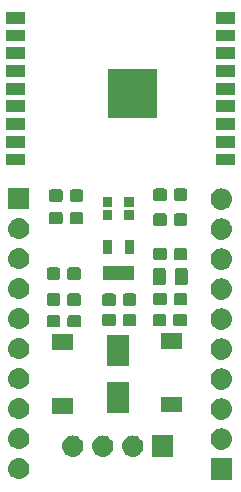
<source format=gbr>
G04 #@! TF.GenerationSoftware,KiCad,Pcbnew,(5.1.4-0)*
G04 #@! TF.CreationDate,2021-09-04T14:31:52+08:00*
G04 #@! TF.ProjectId,esp32-c3-breakout,65737033-322d-4633-932d-627265616b6f,V1.0*
G04 #@! TF.SameCoordinates,Original*
G04 #@! TF.FileFunction,Soldermask,Top*
G04 #@! TF.FilePolarity,Negative*
%FSLAX46Y46*%
G04 Gerber Fmt 4.6, Leading zero omitted, Abs format (unit mm)*
G04 Created by KiCad (PCBNEW (5.1.4-0)) date 2021-09-04 14:31:52*
%MOMM*%
%LPD*%
G04 APERTURE LIST*
%ADD10C,0.100000*%
G04 APERTURE END LIST*
D10*
G36*
X217436000Y-108253000D02*
G01*
X215634000Y-108253000D01*
X215634000Y-106451000D01*
X217436000Y-106451000D01*
X217436000Y-108253000D01*
X217436000Y-108253000D01*
G37*
G36*
X199500443Y-106420519D02*
G01*
X199566627Y-106427037D01*
X199736466Y-106478557D01*
X199892991Y-106562222D01*
X199928729Y-106591552D01*
X200030186Y-106674814D01*
X200113448Y-106776271D01*
X200142778Y-106812009D01*
X200226443Y-106968534D01*
X200277963Y-107138373D01*
X200295359Y-107315000D01*
X200277963Y-107491627D01*
X200226443Y-107661466D01*
X200142778Y-107817991D01*
X200113448Y-107853729D01*
X200030186Y-107955186D01*
X199928729Y-108038448D01*
X199892991Y-108067778D01*
X199736466Y-108151443D01*
X199566627Y-108202963D01*
X199500443Y-108209481D01*
X199434260Y-108216000D01*
X199345740Y-108216000D01*
X199279557Y-108209481D01*
X199213373Y-108202963D01*
X199043534Y-108151443D01*
X198887009Y-108067778D01*
X198851271Y-108038448D01*
X198749814Y-107955186D01*
X198666552Y-107853729D01*
X198637222Y-107817991D01*
X198553557Y-107661466D01*
X198502037Y-107491627D01*
X198484641Y-107315000D01*
X198502037Y-107138373D01*
X198553557Y-106968534D01*
X198637222Y-106812009D01*
X198666552Y-106776271D01*
X198749814Y-106674814D01*
X198851271Y-106591552D01*
X198887009Y-106562222D01*
X199043534Y-106478557D01*
X199213373Y-106427037D01*
X199279557Y-106420519D01*
X199345740Y-106414000D01*
X199434260Y-106414000D01*
X199500443Y-106420519D01*
X199500443Y-106420519D01*
G37*
G36*
X212483000Y-106311000D02*
G01*
X210681000Y-106311000D01*
X210681000Y-104509000D01*
X212483000Y-104509000D01*
X212483000Y-106311000D01*
X212483000Y-106311000D01*
G37*
G36*
X209152443Y-104515519D02*
G01*
X209218627Y-104522037D01*
X209388466Y-104573557D01*
X209544991Y-104657222D01*
X209580729Y-104686552D01*
X209682186Y-104769814D01*
X209765448Y-104871271D01*
X209794778Y-104907009D01*
X209878443Y-105063534D01*
X209929963Y-105233373D01*
X209947359Y-105410000D01*
X209929963Y-105586627D01*
X209878443Y-105756466D01*
X209794778Y-105912991D01*
X209765448Y-105948729D01*
X209682186Y-106050186D01*
X209580729Y-106133448D01*
X209544991Y-106162778D01*
X209388466Y-106246443D01*
X209218627Y-106297963D01*
X209152442Y-106304482D01*
X209086260Y-106311000D01*
X208997740Y-106311000D01*
X208931558Y-106304482D01*
X208865373Y-106297963D01*
X208695534Y-106246443D01*
X208539009Y-106162778D01*
X208503271Y-106133448D01*
X208401814Y-106050186D01*
X208318552Y-105948729D01*
X208289222Y-105912991D01*
X208205557Y-105756466D01*
X208154037Y-105586627D01*
X208136641Y-105410000D01*
X208154037Y-105233373D01*
X208205557Y-105063534D01*
X208289222Y-104907009D01*
X208318552Y-104871271D01*
X208401814Y-104769814D01*
X208503271Y-104686552D01*
X208539009Y-104657222D01*
X208695534Y-104573557D01*
X208865373Y-104522037D01*
X208931557Y-104515519D01*
X208997740Y-104509000D01*
X209086260Y-104509000D01*
X209152443Y-104515519D01*
X209152443Y-104515519D01*
G37*
G36*
X206612443Y-104515519D02*
G01*
X206678627Y-104522037D01*
X206848466Y-104573557D01*
X207004991Y-104657222D01*
X207040729Y-104686552D01*
X207142186Y-104769814D01*
X207225448Y-104871271D01*
X207254778Y-104907009D01*
X207338443Y-105063534D01*
X207389963Y-105233373D01*
X207407359Y-105410000D01*
X207389963Y-105586627D01*
X207338443Y-105756466D01*
X207254778Y-105912991D01*
X207225448Y-105948729D01*
X207142186Y-106050186D01*
X207040729Y-106133448D01*
X207004991Y-106162778D01*
X206848466Y-106246443D01*
X206678627Y-106297963D01*
X206612442Y-106304482D01*
X206546260Y-106311000D01*
X206457740Y-106311000D01*
X206391558Y-106304482D01*
X206325373Y-106297963D01*
X206155534Y-106246443D01*
X205999009Y-106162778D01*
X205963271Y-106133448D01*
X205861814Y-106050186D01*
X205778552Y-105948729D01*
X205749222Y-105912991D01*
X205665557Y-105756466D01*
X205614037Y-105586627D01*
X205596641Y-105410000D01*
X205614037Y-105233373D01*
X205665557Y-105063534D01*
X205749222Y-104907009D01*
X205778552Y-104871271D01*
X205861814Y-104769814D01*
X205963271Y-104686552D01*
X205999009Y-104657222D01*
X206155534Y-104573557D01*
X206325373Y-104522037D01*
X206391557Y-104515519D01*
X206457740Y-104509000D01*
X206546260Y-104509000D01*
X206612443Y-104515519D01*
X206612443Y-104515519D01*
G37*
G36*
X204072443Y-104515519D02*
G01*
X204138627Y-104522037D01*
X204308466Y-104573557D01*
X204464991Y-104657222D01*
X204500729Y-104686552D01*
X204602186Y-104769814D01*
X204685448Y-104871271D01*
X204714778Y-104907009D01*
X204798443Y-105063534D01*
X204849963Y-105233373D01*
X204867359Y-105410000D01*
X204849963Y-105586627D01*
X204798443Y-105756466D01*
X204714778Y-105912991D01*
X204685448Y-105948729D01*
X204602186Y-106050186D01*
X204500729Y-106133448D01*
X204464991Y-106162778D01*
X204308466Y-106246443D01*
X204138627Y-106297963D01*
X204072442Y-106304482D01*
X204006260Y-106311000D01*
X203917740Y-106311000D01*
X203851558Y-106304482D01*
X203785373Y-106297963D01*
X203615534Y-106246443D01*
X203459009Y-106162778D01*
X203423271Y-106133448D01*
X203321814Y-106050186D01*
X203238552Y-105948729D01*
X203209222Y-105912991D01*
X203125557Y-105756466D01*
X203074037Y-105586627D01*
X203056641Y-105410000D01*
X203074037Y-105233373D01*
X203125557Y-105063534D01*
X203209222Y-104907009D01*
X203238552Y-104871271D01*
X203321814Y-104769814D01*
X203423271Y-104686552D01*
X203459009Y-104657222D01*
X203615534Y-104573557D01*
X203785373Y-104522037D01*
X203851557Y-104515519D01*
X203917740Y-104509000D01*
X204006260Y-104509000D01*
X204072443Y-104515519D01*
X204072443Y-104515519D01*
G37*
G36*
X216645443Y-103917519D02*
G01*
X216711627Y-103924037D01*
X216881466Y-103975557D01*
X217037991Y-104059222D01*
X217073729Y-104088552D01*
X217175186Y-104171814D01*
X217257413Y-104272009D01*
X217287778Y-104309009D01*
X217371443Y-104465534D01*
X217422963Y-104635373D01*
X217440359Y-104812000D01*
X217422963Y-104988627D01*
X217371443Y-105158466D01*
X217287778Y-105314991D01*
X217258448Y-105350729D01*
X217175186Y-105452186D01*
X217083074Y-105527779D01*
X217037991Y-105564778D01*
X216881466Y-105648443D01*
X216711627Y-105699963D01*
X216645443Y-105706481D01*
X216579260Y-105713000D01*
X216490740Y-105713000D01*
X216424557Y-105706481D01*
X216358373Y-105699963D01*
X216188534Y-105648443D01*
X216032009Y-105564778D01*
X215986926Y-105527779D01*
X215894814Y-105452186D01*
X215811552Y-105350729D01*
X215782222Y-105314991D01*
X215698557Y-105158466D01*
X215647037Y-104988627D01*
X215629641Y-104812000D01*
X215647037Y-104635373D01*
X215698557Y-104465534D01*
X215782222Y-104309009D01*
X215812587Y-104272009D01*
X215894814Y-104171814D01*
X215996271Y-104088552D01*
X216032009Y-104059222D01*
X216188534Y-103975557D01*
X216358373Y-103924037D01*
X216424557Y-103917519D01*
X216490740Y-103911000D01*
X216579260Y-103911000D01*
X216645443Y-103917519D01*
X216645443Y-103917519D01*
G37*
G36*
X199500443Y-103880519D02*
G01*
X199566627Y-103887037D01*
X199736466Y-103938557D01*
X199892991Y-104022222D01*
X199928729Y-104051552D01*
X200030186Y-104134814D01*
X200113448Y-104236271D01*
X200142778Y-104272009D01*
X200226443Y-104428534D01*
X200277963Y-104598373D01*
X200295359Y-104775000D01*
X200277963Y-104951627D01*
X200226443Y-105121466D01*
X200142778Y-105277991D01*
X200113448Y-105313729D01*
X200030186Y-105415186D01*
X199928729Y-105498448D01*
X199892991Y-105527778D01*
X199736466Y-105611443D01*
X199566627Y-105662963D01*
X199500443Y-105669481D01*
X199434260Y-105676000D01*
X199345740Y-105676000D01*
X199279557Y-105669481D01*
X199213373Y-105662963D01*
X199043534Y-105611443D01*
X198887009Y-105527778D01*
X198851271Y-105498448D01*
X198749814Y-105415186D01*
X198666552Y-105313729D01*
X198637222Y-105277991D01*
X198553557Y-105121466D01*
X198502037Y-104951627D01*
X198484641Y-104775000D01*
X198502037Y-104598373D01*
X198553557Y-104428534D01*
X198637222Y-104272009D01*
X198666552Y-104236271D01*
X198749814Y-104134814D01*
X198851271Y-104051552D01*
X198887009Y-104022222D01*
X199043534Y-103938557D01*
X199213373Y-103887037D01*
X199279557Y-103880519D01*
X199345740Y-103874000D01*
X199434260Y-103874000D01*
X199500443Y-103880519D01*
X199500443Y-103880519D01*
G37*
G36*
X216645443Y-101377519D02*
G01*
X216711627Y-101384037D01*
X216881466Y-101435557D01*
X217037991Y-101519222D01*
X217073729Y-101548552D01*
X217175186Y-101631814D01*
X217257413Y-101732009D01*
X217287778Y-101769009D01*
X217371443Y-101925534D01*
X217422963Y-102095373D01*
X217440359Y-102272000D01*
X217422963Y-102448627D01*
X217371443Y-102618466D01*
X217287778Y-102774991D01*
X217258448Y-102810729D01*
X217175186Y-102912186D01*
X217083074Y-102987779D01*
X217037991Y-103024778D01*
X216881466Y-103108443D01*
X216711627Y-103159963D01*
X216645442Y-103166482D01*
X216579260Y-103173000D01*
X216490740Y-103173000D01*
X216424558Y-103166482D01*
X216358373Y-103159963D01*
X216188534Y-103108443D01*
X216032009Y-103024778D01*
X215986926Y-102987779D01*
X215894814Y-102912186D01*
X215811552Y-102810729D01*
X215782222Y-102774991D01*
X215698557Y-102618466D01*
X215647037Y-102448627D01*
X215629641Y-102272000D01*
X215647037Y-102095373D01*
X215698557Y-101925534D01*
X215782222Y-101769009D01*
X215812587Y-101732009D01*
X215894814Y-101631814D01*
X215996271Y-101548552D01*
X216032009Y-101519222D01*
X216188534Y-101435557D01*
X216358373Y-101384037D01*
X216424558Y-101377518D01*
X216490740Y-101371000D01*
X216579260Y-101371000D01*
X216645443Y-101377519D01*
X216645443Y-101377519D01*
G37*
G36*
X199500442Y-101340518D02*
G01*
X199566627Y-101347037D01*
X199736466Y-101398557D01*
X199892991Y-101482222D01*
X199928729Y-101511552D01*
X200030186Y-101594814D01*
X200113448Y-101696271D01*
X200142778Y-101732009D01*
X200226443Y-101888534D01*
X200277963Y-102058373D01*
X200295359Y-102235000D01*
X200277963Y-102411627D01*
X200226443Y-102581466D01*
X200142778Y-102737991D01*
X200113448Y-102773729D01*
X200030186Y-102875186D01*
X199928729Y-102958448D01*
X199892991Y-102987778D01*
X199736466Y-103071443D01*
X199566627Y-103122963D01*
X199500442Y-103129482D01*
X199434260Y-103136000D01*
X199345740Y-103136000D01*
X199279558Y-103129482D01*
X199213373Y-103122963D01*
X199043534Y-103071443D01*
X198887009Y-102987778D01*
X198851271Y-102958448D01*
X198749814Y-102875186D01*
X198666552Y-102773729D01*
X198637222Y-102737991D01*
X198553557Y-102581466D01*
X198502037Y-102411627D01*
X198484641Y-102235000D01*
X198502037Y-102058373D01*
X198553557Y-101888534D01*
X198637222Y-101732009D01*
X198666552Y-101696271D01*
X198749814Y-101594814D01*
X198851271Y-101511552D01*
X198887009Y-101482222D01*
X199043534Y-101398557D01*
X199213373Y-101347037D01*
X199279558Y-101340518D01*
X199345740Y-101334000D01*
X199434260Y-101334000D01*
X199500442Y-101340518D01*
X199500442Y-101340518D01*
G37*
G36*
X203991000Y-102663000D02*
G01*
X202189000Y-102663000D01*
X202189000Y-101311000D01*
X203991000Y-101311000D01*
X203991000Y-102663000D01*
X203991000Y-102663000D01*
G37*
G36*
X208723000Y-102615000D02*
G01*
X206821000Y-102615000D01*
X206821000Y-100013000D01*
X208723000Y-100013000D01*
X208723000Y-102615000D01*
X208723000Y-102615000D01*
G37*
G36*
X213205000Y-102563000D02*
G01*
X211403000Y-102563000D01*
X211403000Y-101211000D01*
X213205000Y-101211000D01*
X213205000Y-102563000D01*
X213205000Y-102563000D01*
G37*
G36*
X216645442Y-98837518D02*
G01*
X216711627Y-98844037D01*
X216881466Y-98895557D01*
X217037991Y-98979222D01*
X217073729Y-99008552D01*
X217175186Y-99091814D01*
X217257413Y-99192009D01*
X217287778Y-99229009D01*
X217371443Y-99385534D01*
X217422963Y-99555373D01*
X217440359Y-99732000D01*
X217422963Y-99908627D01*
X217371443Y-100078466D01*
X217287778Y-100234991D01*
X217258448Y-100270729D01*
X217175186Y-100372186D01*
X217083074Y-100447779D01*
X217037991Y-100484778D01*
X216881466Y-100568443D01*
X216711627Y-100619963D01*
X216645442Y-100626482D01*
X216579260Y-100633000D01*
X216490740Y-100633000D01*
X216424557Y-100626481D01*
X216358373Y-100619963D01*
X216188534Y-100568443D01*
X216032009Y-100484778D01*
X215986926Y-100447779D01*
X215894814Y-100372186D01*
X215811552Y-100270729D01*
X215782222Y-100234991D01*
X215698557Y-100078466D01*
X215647037Y-99908627D01*
X215629641Y-99732000D01*
X215647037Y-99555373D01*
X215698557Y-99385534D01*
X215782222Y-99229009D01*
X215812587Y-99192009D01*
X215894814Y-99091814D01*
X215996271Y-99008552D01*
X216032009Y-98979222D01*
X216188534Y-98895557D01*
X216358373Y-98844037D01*
X216424558Y-98837518D01*
X216490740Y-98831000D01*
X216579260Y-98831000D01*
X216645442Y-98837518D01*
X216645442Y-98837518D01*
G37*
G36*
X199500443Y-98800519D02*
G01*
X199566627Y-98807037D01*
X199736466Y-98858557D01*
X199892991Y-98942222D01*
X199928729Y-98971552D01*
X200030186Y-99054814D01*
X200113448Y-99156271D01*
X200142778Y-99192009D01*
X200226443Y-99348534D01*
X200277963Y-99518373D01*
X200295359Y-99695000D01*
X200277963Y-99871627D01*
X200226443Y-100041466D01*
X200142778Y-100197991D01*
X200113448Y-100233729D01*
X200030186Y-100335186D01*
X199928729Y-100418448D01*
X199892991Y-100447778D01*
X199736466Y-100531443D01*
X199566627Y-100582963D01*
X199500443Y-100589481D01*
X199434260Y-100596000D01*
X199345740Y-100596000D01*
X199279557Y-100589481D01*
X199213373Y-100582963D01*
X199043534Y-100531443D01*
X198887009Y-100447778D01*
X198851271Y-100418448D01*
X198749814Y-100335186D01*
X198666552Y-100233729D01*
X198637222Y-100197991D01*
X198553557Y-100041466D01*
X198502037Y-99871627D01*
X198484641Y-99695000D01*
X198502037Y-99518373D01*
X198553557Y-99348534D01*
X198637222Y-99192009D01*
X198666552Y-99156271D01*
X198749814Y-99054814D01*
X198851271Y-98971552D01*
X198887009Y-98942222D01*
X199043534Y-98858557D01*
X199213373Y-98807037D01*
X199279557Y-98800519D01*
X199345740Y-98794000D01*
X199434260Y-98794000D01*
X199500443Y-98800519D01*
X199500443Y-98800519D01*
G37*
G36*
X208723000Y-98615000D02*
G01*
X206821000Y-98615000D01*
X206821000Y-96013000D01*
X208723000Y-96013000D01*
X208723000Y-98615000D01*
X208723000Y-98615000D01*
G37*
G36*
X216645442Y-96297518D02*
G01*
X216711627Y-96304037D01*
X216881466Y-96355557D01*
X217037991Y-96439222D01*
X217073729Y-96468552D01*
X217175186Y-96551814D01*
X217257413Y-96652009D01*
X217287778Y-96689009D01*
X217371443Y-96845534D01*
X217422963Y-97015373D01*
X217440359Y-97192000D01*
X217422963Y-97368627D01*
X217371443Y-97538466D01*
X217287778Y-97694991D01*
X217258448Y-97730729D01*
X217175186Y-97832186D01*
X217083074Y-97907779D01*
X217037991Y-97944778D01*
X216881466Y-98028443D01*
X216711627Y-98079963D01*
X216645442Y-98086482D01*
X216579260Y-98093000D01*
X216490740Y-98093000D01*
X216424558Y-98086482D01*
X216358373Y-98079963D01*
X216188534Y-98028443D01*
X216032009Y-97944778D01*
X215986926Y-97907779D01*
X215894814Y-97832186D01*
X215811552Y-97730729D01*
X215782222Y-97694991D01*
X215698557Y-97538466D01*
X215647037Y-97368627D01*
X215629641Y-97192000D01*
X215647037Y-97015373D01*
X215698557Y-96845534D01*
X215782222Y-96689009D01*
X215812587Y-96652009D01*
X215894814Y-96551814D01*
X215996271Y-96468552D01*
X216032009Y-96439222D01*
X216188534Y-96355557D01*
X216358373Y-96304037D01*
X216424557Y-96297519D01*
X216490740Y-96291000D01*
X216579260Y-96291000D01*
X216645442Y-96297518D01*
X216645442Y-96297518D01*
G37*
G36*
X199500442Y-96260518D02*
G01*
X199566627Y-96267037D01*
X199736466Y-96318557D01*
X199892991Y-96402222D01*
X199928729Y-96431552D01*
X200030186Y-96514814D01*
X200113448Y-96616271D01*
X200142778Y-96652009D01*
X200226443Y-96808534D01*
X200277963Y-96978373D01*
X200295359Y-97155000D01*
X200277963Y-97331627D01*
X200226443Y-97501466D01*
X200142778Y-97657991D01*
X200113448Y-97693729D01*
X200030186Y-97795186D01*
X199928729Y-97878448D01*
X199892991Y-97907778D01*
X199736466Y-97991443D01*
X199566627Y-98042963D01*
X199500443Y-98049481D01*
X199434260Y-98056000D01*
X199345740Y-98056000D01*
X199279557Y-98049481D01*
X199213373Y-98042963D01*
X199043534Y-97991443D01*
X198887009Y-97907778D01*
X198851271Y-97878448D01*
X198749814Y-97795186D01*
X198666552Y-97693729D01*
X198637222Y-97657991D01*
X198553557Y-97501466D01*
X198502037Y-97331627D01*
X198484641Y-97155000D01*
X198502037Y-96978373D01*
X198553557Y-96808534D01*
X198637222Y-96652009D01*
X198666552Y-96616271D01*
X198749814Y-96514814D01*
X198851271Y-96431552D01*
X198887009Y-96402222D01*
X199043534Y-96318557D01*
X199213373Y-96267037D01*
X199279558Y-96260518D01*
X199345740Y-96254000D01*
X199434260Y-96254000D01*
X199500442Y-96260518D01*
X199500442Y-96260518D01*
G37*
G36*
X203991000Y-97263000D02*
G01*
X202189000Y-97263000D01*
X202189000Y-95911000D01*
X203991000Y-95911000D01*
X203991000Y-97263000D01*
X203991000Y-97263000D01*
G37*
G36*
X213205000Y-97163000D02*
G01*
X211403000Y-97163000D01*
X211403000Y-95811000D01*
X213205000Y-95811000D01*
X213205000Y-97163000D01*
X213205000Y-97163000D01*
G37*
G36*
X216645443Y-93757519D02*
G01*
X216711627Y-93764037D01*
X216881466Y-93815557D01*
X217037991Y-93899222D01*
X217073729Y-93928552D01*
X217175186Y-94011814D01*
X217257413Y-94112009D01*
X217287778Y-94149009D01*
X217371443Y-94305534D01*
X217422963Y-94475373D01*
X217440359Y-94652000D01*
X217422963Y-94828627D01*
X217382666Y-94961468D01*
X217371442Y-94998468D01*
X217340525Y-95056309D01*
X217287778Y-95154991D01*
X217286696Y-95156309D01*
X217175186Y-95292186D01*
X217083074Y-95367779D01*
X217037991Y-95404778D01*
X216881466Y-95488443D01*
X216711627Y-95539963D01*
X216645442Y-95546482D01*
X216579260Y-95553000D01*
X216490740Y-95553000D01*
X216424557Y-95546481D01*
X216358373Y-95539963D01*
X216188534Y-95488443D01*
X216032009Y-95404778D01*
X215986926Y-95367779D01*
X215894814Y-95292186D01*
X215783304Y-95156309D01*
X215782222Y-95154991D01*
X215729475Y-95056309D01*
X215698558Y-94998468D01*
X215687334Y-94961468D01*
X215647037Y-94828627D01*
X215629641Y-94652000D01*
X215647037Y-94475373D01*
X215698557Y-94305534D01*
X215782222Y-94149009D01*
X215812587Y-94112009D01*
X215894814Y-94011814D01*
X215996271Y-93928552D01*
X216032009Y-93899222D01*
X216188534Y-93815557D01*
X216358373Y-93764037D01*
X216424557Y-93757519D01*
X216490740Y-93751000D01*
X216579260Y-93751000D01*
X216645443Y-93757519D01*
X216645443Y-93757519D01*
G37*
G36*
X199500443Y-93720519D02*
G01*
X199566627Y-93727037D01*
X199736466Y-93778557D01*
X199892991Y-93862222D01*
X199928729Y-93891552D01*
X200030186Y-93974814D01*
X200113448Y-94076271D01*
X200142778Y-94112009D01*
X200226443Y-94268534D01*
X200277963Y-94438373D01*
X200295359Y-94615000D01*
X200277963Y-94791627D01*
X200226443Y-94961466D01*
X200142778Y-95117991D01*
X200121437Y-95143995D01*
X200030186Y-95255186D01*
X199946728Y-95323677D01*
X199892991Y-95367778D01*
X199736466Y-95451443D01*
X199566627Y-95502963D01*
X199500443Y-95509481D01*
X199434260Y-95516000D01*
X199345740Y-95516000D01*
X199279557Y-95509481D01*
X199213373Y-95502963D01*
X199043534Y-95451443D01*
X198887009Y-95367778D01*
X198833272Y-95323677D01*
X198749814Y-95255186D01*
X198658563Y-95143995D01*
X198637222Y-95117991D01*
X198553557Y-94961466D01*
X198502037Y-94791627D01*
X198484641Y-94615000D01*
X198502037Y-94438373D01*
X198553557Y-94268534D01*
X198637222Y-94112009D01*
X198666552Y-94076271D01*
X198749814Y-93974814D01*
X198851271Y-93891552D01*
X198887009Y-93862222D01*
X199043534Y-93778557D01*
X199213373Y-93727037D01*
X199279558Y-93720518D01*
X199345740Y-93714000D01*
X199434260Y-93714000D01*
X199500443Y-93720519D01*
X199500443Y-93720519D01*
G37*
G36*
X204506499Y-94320445D02*
G01*
X204543995Y-94331820D01*
X204578554Y-94350292D01*
X204608847Y-94375153D01*
X204633708Y-94405446D01*
X204652180Y-94440005D01*
X204663555Y-94477501D01*
X204668000Y-94522638D01*
X204668000Y-95161362D01*
X204663555Y-95206499D01*
X204652180Y-95243995D01*
X204633708Y-95278554D01*
X204608847Y-95308847D01*
X204578554Y-95333708D01*
X204543995Y-95352180D01*
X204506499Y-95363555D01*
X204461362Y-95368000D01*
X203722638Y-95368000D01*
X203677501Y-95363555D01*
X203640005Y-95352180D01*
X203605446Y-95333708D01*
X203575153Y-95308847D01*
X203550292Y-95278554D01*
X203531820Y-95243995D01*
X203520445Y-95206499D01*
X203516000Y-95161362D01*
X203516000Y-94522638D01*
X203520445Y-94477501D01*
X203531820Y-94440005D01*
X203550292Y-94405446D01*
X203575153Y-94375153D01*
X203605446Y-94350292D01*
X203640005Y-94331820D01*
X203677501Y-94320445D01*
X203722638Y-94316000D01*
X204461362Y-94316000D01*
X204506499Y-94320445D01*
X204506499Y-94320445D01*
G37*
G36*
X202756499Y-94320445D02*
G01*
X202793995Y-94331820D01*
X202828554Y-94350292D01*
X202858847Y-94375153D01*
X202883708Y-94405446D01*
X202902180Y-94440005D01*
X202913555Y-94477501D01*
X202918000Y-94522638D01*
X202918000Y-95161362D01*
X202913555Y-95206499D01*
X202902180Y-95243995D01*
X202883708Y-95278554D01*
X202858847Y-95308847D01*
X202828554Y-95333708D01*
X202793995Y-95352180D01*
X202756499Y-95363555D01*
X202711362Y-95368000D01*
X201972638Y-95368000D01*
X201927501Y-95363555D01*
X201890005Y-95352180D01*
X201855446Y-95333708D01*
X201825153Y-95308847D01*
X201800292Y-95278554D01*
X201781820Y-95243995D01*
X201770445Y-95206499D01*
X201766000Y-95161362D01*
X201766000Y-94522638D01*
X201770445Y-94477501D01*
X201781820Y-94440005D01*
X201800292Y-94405446D01*
X201825153Y-94375153D01*
X201855446Y-94350292D01*
X201890005Y-94331820D01*
X201927501Y-94320445D01*
X201972638Y-94316000D01*
X202711362Y-94316000D01*
X202756499Y-94320445D01*
X202756499Y-94320445D01*
G37*
G36*
X211716499Y-94220445D02*
G01*
X211753995Y-94231820D01*
X211788554Y-94250292D01*
X211818847Y-94275153D01*
X211843708Y-94305446D01*
X211862180Y-94340005D01*
X211873555Y-94377501D01*
X211878000Y-94422638D01*
X211878000Y-95061362D01*
X211873555Y-95106499D01*
X211862180Y-95143995D01*
X211843708Y-95178554D01*
X211818847Y-95208847D01*
X211788554Y-95233708D01*
X211753995Y-95252180D01*
X211716499Y-95263555D01*
X211671362Y-95268000D01*
X210932638Y-95268000D01*
X210887501Y-95263555D01*
X210850005Y-95252180D01*
X210815446Y-95233708D01*
X210785153Y-95208847D01*
X210760292Y-95178554D01*
X210741820Y-95143995D01*
X210730445Y-95106499D01*
X210726000Y-95061362D01*
X210726000Y-94422638D01*
X210730445Y-94377501D01*
X210741820Y-94340005D01*
X210760292Y-94305446D01*
X210785153Y-94275153D01*
X210815446Y-94250292D01*
X210850005Y-94231820D01*
X210887501Y-94220445D01*
X210932638Y-94216000D01*
X211671362Y-94216000D01*
X211716499Y-94220445D01*
X211716499Y-94220445D01*
G37*
G36*
X213466499Y-94220445D02*
G01*
X213503995Y-94231820D01*
X213538554Y-94250292D01*
X213568847Y-94275153D01*
X213593708Y-94305446D01*
X213612180Y-94340005D01*
X213623555Y-94377501D01*
X213628000Y-94422638D01*
X213628000Y-95061362D01*
X213623555Y-95106499D01*
X213612180Y-95143995D01*
X213593708Y-95178554D01*
X213568847Y-95208847D01*
X213538554Y-95233708D01*
X213503995Y-95252180D01*
X213466499Y-95263555D01*
X213421362Y-95268000D01*
X212682638Y-95268000D01*
X212637501Y-95263555D01*
X212600005Y-95252180D01*
X212565446Y-95233708D01*
X212535153Y-95208847D01*
X212510292Y-95178554D01*
X212491820Y-95143995D01*
X212480445Y-95106499D01*
X212476000Y-95061362D01*
X212476000Y-94422638D01*
X212480445Y-94377501D01*
X212491820Y-94340005D01*
X212510292Y-94305446D01*
X212535153Y-94275153D01*
X212565446Y-94250292D01*
X212600005Y-94231820D01*
X212637501Y-94220445D01*
X212682638Y-94216000D01*
X213421362Y-94216000D01*
X213466499Y-94220445D01*
X213466499Y-94220445D01*
G37*
G36*
X207438499Y-94220445D02*
G01*
X207475995Y-94231820D01*
X207510554Y-94250292D01*
X207540847Y-94275153D01*
X207565708Y-94305446D01*
X207584180Y-94340005D01*
X207595555Y-94377501D01*
X207600000Y-94422638D01*
X207600000Y-95061362D01*
X207595555Y-95106499D01*
X207584180Y-95143995D01*
X207565708Y-95178554D01*
X207540847Y-95208847D01*
X207510554Y-95233708D01*
X207475995Y-95252180D01*
X207438499Y-95263555D01*
X207393362Y-95268000D01*
X206654638Y-95268000D01*
X206609501Y-95263555D01*
X206572005Y-95252180D01*
X206537446Y-95233708D01*
X206507153Y-95208847D01*
X206482292Y-95178554D01*
X206463820Y-95143995D01*
X206452445Y-95106499D01*
X206448000Y-95061362D01*
X206448000Y-94422638D01*
X206452445Y-94377501D01*
X206463820Y-94340005D01*
X206482292Y-94305446D01*
X206507153Y-94275153D01*
X206537446Y-94250292D01*
X206572005Y-94231820D01*
X206609501Y-94220445D01*
X206654638Y-94216000D01*
X207393362Y-94216000D01*
X207438499Y-94220445D01*
X207438499Y-94220445D01*
G37*
G36*
X209188499Y-94220445D02*
G01*
X209225995Y-94231820D01*
X209260554Y-94250292D01*
X209290847Y-94275153D01*
X209315708Y-94305446D01*
X209334180Y-94340005D01*
X209345555Y-94377501D01*
X209350000Y-94422638D01*
X209350000Y-95061362D01*
X209345555Y-95106499D01*
X209334180Y-95143995D01*
X209315708Y-95178554D01*
X209290847Y-95208847D01*
X209260554Y-95233708D01*
X209225995Y-95252180D01*
X209188499Y-95263555D01*
X209143362Y-95268000D01*
X208404638Y-95268000D01*
X208359501Y-95263555D01*
X208322005Y-95252180D01*
X208287446Y-95233708D01*
X208257153Y-95208847D01*
X208232292Y-95178554D01*
X208213820Y-95143995D01*
X208202445Y-95106499D01*
X208198000Y-95061362D01*
X208198000Y-94422638D01*
X208202445Y-94377501D01*
X208213820Y-94340005D01*
X208232292Y-94305446D01*
X208257153Y-94275153D01*
X208287446Y-94250292D01*
X208322005Y-94231820D01*
X208359501Y-94220445D01*
X208404638Y-94216000D01*
X209143362Y-94216000D01*
X209188499Y-94220445D01*
X209188499Y-94220445D01*
G37*
G36*
X209188499Y-92490445D02*
G01*
X209225995Y-92501820D01*
X209260554Y-92520292D01*
X209290847Y-92545153D01*
X209315708Y-92575446D01*
X209334180Y-92610005D01*
X209345555Y-92647501D01*
X209350000Y-92692638D01*
X209350000Y-93331362D01*
X209345555Y-93376499D01*
X209334180Y-93413995D01*
X209315708Y-93448554D01*
X209290847Y-93478847D01*
X209260554Y-93503708D01*
X209225995Y-93522180D01*
X209188499Y-93533555D01*
X209143362Y-93538000D01*
X208404638Y-93538000D01*
X208359501Y-93533555D01*
X208322005Y-93522180D01*
X208287446Y-93503708D01*
X208257153Y-93478847D01*
X208232292Y-93448554D01*
X208213820Y-93413995D01*
X208202445Y-93376499D01*
X208198000Y-93331362D01*
X208198000Y-92692638D01*
X208202445Y-92647501D01*
X208213820Y-92610005D01*
X208232292Y-92575446D01*
X208257153Y-92545153D01*
X208287446Y-92520292D01*
X208322005Y-92501820D01*
X208359501Y-92490445D01*
X208404638Y-92486000D01*
X209143362Y-92486000D01*
X209188499Y-92490445D01*
X209188499Y-92490445D01*
G37*
G36*
X207438499Y-92490445D02*
G01*
X207475995Y-92501820D01*
X207510554Y-92520292D01*
X207540847Y-92545153D01*
X207565708Y-92575446D01*
X207584180Y-92610005D01*
X207595555Y-92647501D01*
X207600000Y-92692638D01*
X207600000Y-93331362D01*
X207595555Y-93376499D01*
X207584180Y-93413995D01*
X207565708Y-93448554D01*
X207540847Y-93478847D01*
X207510554Y-93503708D01*
X207475995Y-93522180D01*
X207438499Y-93533555D01*
X207393362Y-93538000D01*
X206654638Y-93538000D01*
X206609501Y-93533555D01*
X206572005Y-93522180D01*
X206537446Y-93503708D01*
X206507153Y-93478847D01*
X206482292Y-93448554D01*
X206463820Y-93413995D01*
X206452445Y-93376499D01*
X206448000Y-93331362D01*
X206448000Y-92692638D01*
X206452445Y-92647501D01*
X206463820Y-92610005D01*
X206482292Y-92575446D01*
X206507153Y-92545153D01*
X206537446Y-92520292D01*
X206572005Y-92501820D01*
X206609501Y-92490445D01*
X206654638Y-92486000D01*
X207393362Y-92486000D01*
X207438499Y-92490445D01*
X207438499Y-92490445D01*
G37*
G36*
X204489499Y-92478445D02*
G01*
X204526995Y-92489820D01*
X204561554Y-92508292D01*
X204591847Y-92533153D01*
X204616708Y-92563446D01*
X204635180Y-92598005D01*
X204646555Y-92635501D01*
X204651000Y-92680638D01*
X204651000Y-93319362D01*
X204646555Y-93364499D01*
X204635180Y-93401995D01*
X204616708Y-93436554D01*
X204591847Y-93466847D01*
X204561554Y-93491708D01*
X204526995Y-93510180D01*
X204489499Y-93521555D01*
X204444362Y-93526000D01*
X203705638Y-93526000D01*
X203660501Y-93521555D01*
X203623005Y-93510180D01*
X203588446Y-93491708D01*
X203558153Y-93466847D01*
X203533292Y-93436554D01*
X203514820Y-93401995D01*
X203503445Y-93364499D01*
X203499000Y-93319362D01*
X203499000Y-92680638D01*
X203503445Y-92635501D01*
X203514820Y-92598005D01*
X203533292Y-92563446D01*
X203558153Y-92533153D01*
X203588446Y-92508292D01*
X203623005Y-92489820D01*
X203660501Y-92478445D01*
X203705638Y-92474000D01*
X204444362Y-92474000D01*
X204489499Y-92478445D01*
X204489499Y-92478445D01*
G37*
G36*
X202739499Y-92478445D02*
G01*
X202776995Y-92489820D01*
X202811554Y-92508292D01*
X202841847Y-92533153D01*
X202866708Y-92563446D01*
X202885180Y-92598005D01*
X202896555Y-92635501D01*
X202901000Y-92680638D01*
X202901000Y-93319362D01*
X202896555Y-93364499D01*
X202885180Y-93401995D01*
X202866708Y-93436554D01*
X202841847Y-93466847D01*
X202811554Y-93491708D01*
X202776995Y-93510180D01*
X202739499Y-93521555D01*
X202694362Y-93526000D01*
X201955638Y-93526000D01*
X201910501Y-93521555D01*
X201873005Y-93510180D01*
X201838446Y-93491708D01*
X201808153Y-93466847D01*
X201783292Y-93436554D01*
X201764820Y-93401995D01*
X201753445Y-93364499D01*
X201749000Y-93319362D01*
X201749000Y-92680638D01*
X201753445Y-92635501D01*
X201764820Y-92598005D01*
X201783292Y-92563446D01*
X201808153Y-92533153D01*
X201838446Y-92508292D01*
X201873005Y-92489820D01*
X201910501Y-92478445D01*
X201955638Y-92474000D01*
X202694362Y-92474000D01*
X202739499Y-92478445D01*
X202739499Y-92478445D01*
G37*
G36*
X211756499Y-92442445D02*
G01*
X211793995Y-92453820D01*
X211828554Y-92472292D01*
X211858847Y-92497153D01*
X211883708Y-92527446D01*
X211902180Y-92562005D01*
X211913555Y-92599501D01*
X211918000Y-92644638D01*
X211918000Y-93283362D01*
X211913555Y-93328499D01*
X211902180Y-93365995D01*
X211883708Y-93400554D01*
X211858847Y-93430847D01*
X211828554Y-93455708D01*
X211793995Y-93474180D01*
X211756499Y-93485555D01*
X211711362Y-93490000D01*
X210972638Y-93490000D01*
X210927501Y-93485555D01*
X210890005Y-93474180D01*
X210855446Y-93455708D01*
X210825153Y-93430847D01*
X210800292Y-93400554D01*
X210781820Y-93365995D01*
X210770445Y-93328499D01*
X210766000Y-93283362D01*
X210766000Y-92644638D01*
X210770445Y-92599501D01*
X210781820Y-92562005D01*
X210800292Y-92527446D01*
X210825153Y-92497153D01*
X210855446Y-92472292D01*
X210890005Y-92453820D01*
X210927501Y-92442445D01*
X210972638Y-92438000D01*
X211711362Y-92438000D01*
X211756499Y-92442445D01*
X211756499Y-92442445D01*
G37*
G36*
X213506499Y-92442445D02*
G01*
X213543995Y-92453820D01*
X213578554Y-92472292D01*
X213608847Y-92497153D01*
X213633708Y-92527446D01*
X213652180Y-92562005D01*
X213663555Y-92599501D01*
X213668000Y-92644638D01*
X213668000Y-93283362D01*
X213663555Y-93328499D01*
X213652180Y-93365995D01*
X213633708Y-93400554D01*
X213608847Y-93430847D01*
X213578554Y-93455708D01*
X213543995Y-93474180D01*
X213506499Y-93485555D01*
X213461362Y-93490000D01*
X212722638Y-93490000D01*
X212677501Y-93485555D01*
X212640005Y-93474180D01*
X212605446Y-93455708D01*
X212575153Y-93430847D01*
X212550292Y-93400554D01*
X212531820Y-93365995D01*
X212520445Y-93328499D01*
X212516000Y-93283362D01*
X212516000Y-92644638D01*
X212520445Y-92599501D01*
X212531820Y-92562005D01*
X212550292Y-92527446D01*
X212575153Y-92497153D01*
X212605446Y-92472292D01*
X212640005Y-92453820D01*
X212677501Y-92442445D01*
X212722638Y-92438000D01*
X213461362Y-92438000D01*
X213506499Y-92442445D01*
X213506499Y-92442445D01*
G37*
G36*
X216645442Y-91217518D02*
G01*
X216711627Y-91224037D01*
X216881466Y-91275557D01*
X217037991Y-91359222D01*
X217073729Y-91388552D01*
X217175186Y-91471814D01*
X217231759Y-91540750D01*
X217287778Y-91609009D01*
X217371443Y-91765534D01*
X217422963Y-91935373D01*
X217440359Y-92112000D01*
X217422963Y-92288627D01*
X217371443Y-92458466D01*
X217287778Y-92614991D01*
X217259300Y-92649691D01*
X217175186Y-92752186D01*
X217083074Y-92827779D01*
X217037991Y-92864778D01*
X216881466Y-92948443D01*
X216711627Y-92999963D01*
X216645443Y-93006481D01*
X216579260Y-93013000D01*
X216490740Y-93013000D01*
X216424557Y-93006481D01*
X216358373Y-92999963D01*
X216188534Y-92948443D01*
X216032009Y-92864778D01*
X215986926Y-92827779D01*
X215894814Y-92752186D01*
X215810700Y-92649691D01*
X215782222Y-92614991D01*
X215698557Y-92458466D01*
X215647037Y-92288627D01*
X215629641Y-92112000D01*
X215647037Y-91935373D01*
X215698557Y-91765534D01*
X215782222Y-91609009D01*
X215838241Y-91540750D01*
X215894814Y-91471814D01*
X215996271Y-91388552D01*
X216032009Y-91359222D01*
X216188534Y-91275557D01*
X216358373Y-91224037D01*
X216424558Y-91217518D01*
X216490740Y-91211000D01*
X216579260Y-91211000D01*
X216645442Y-91217518D01*
X216645442Y-91217518D01*
G37*
G36*
X199500442Y-91180518D02*
G01*
X199566627Y-91187037D01*
X199736466Y-91238557D01*
X199736468Y-91238558D01*
X199805688Y-91275557D01*
X199892991Y-91322222D01*
X199897594Y-91326000D01*
X200030186Y-91434814D01*
X200113448Y-91536271D01*
X200142778Y-91572009D01*
X200226443Y-91728534D01*
X200277963Y-91898373D01*
X200295359Y-92075000D01*
X200277963Y-92251627D01*
X200226443Y-92421466D01*
X200142778Y-92577991D01*
X200132196Y-92590885D01*
X200030186Y-92715186D01*
X199928729Y-92798448D01*
X199892991Y-92827778D01*
X199736466Y-92911443D01*
X199566627Y-92962963D01*
X199500442Y-92969482D01*
X199434260Y-92976000D01*
X199345740Y-92976000D01*
X199279558Y-92969482D01*
X199213373Y-92962963D01*
X199043534Y-92911443D01*
X198887009Y-92827778D01*
X198851271Y-92798448D01*
X198749814Y-92715186D01*
X198647804Y-92590885D01*
X198637222Y-92577991D01*
X198553557Y-92421466D01*
X198502037Y-92251627D01*
X198484641Y-92075000D01*
X198502037Y-91898373D01*
X198553557Y-91728534D01*
X198637222Y-91572009D01*
X198666552Y-91536271D01*
X198749814Y-91434814D01*
X198882406Y-91326000D01*
X198887009Y-91322222D01*
X198974312Y-91275557D01*
X199043532Y-91238558D01*
X199043534Y-91238557D01*
X199213373Y-91187037D01*
X199279558Y-91180518D01*
X199345740Y-91174000D01*
X199434260Y-91174000D01*
X199500442Y-91180518D01*
X199500442Y-91180518D01*
G37*
G36*
X213526468Y-90312565D02*
G01*
X213565138Y-90324296D01*
X213600777Y-90343346D01*
X213632017Y-90368983D01*
X213657654Y-90400223D01*
X213676704Y-90435862D01*
X213688435Y-90474532D01*
X213693000Y-90520888D01*
X213693000Y-91597112D01*
X213688435Y-91643468D01*
X213676704Y-91682138D01*
X213657654Y-91717777D01*
X213632017Y-91749017D01*
X213600777Y-91774654D01*
X213565138Y-91793704D01*
X213526468Y-91805435D01*
X213480112Y-91810000D01*
X212828888Y-91810000D01*
X212782532Y-91805435D01*
X212743862Y-91793704D01*
X212708223Y-91774654D01*
X212676983Y-91749017D01*
X212651346Y-91717777D01*
X212632296Y-91682138D01*
X212620565Y-91643468D01*
X212616000Y-91597112D01*
X212616000Y-90520888D01*
X212620565Y-90474532D01*
X212632296Y-90435862D01*
X212651346Y-90400223D01*
X212676983Y-90368983D01*
X212708223Y-90343346D01*
X212743862Y-90324296D01*
X212782532Y-90312565D01*
X212828888Y-90308000D01*
X213480112Y-90308000D01*
X213526468Y-90312565D01*
X213526468Y-90312565D01*
G37*
G36*
X211651468Y-90312565D02*
G01*
X211690138Y-90324296D01*
X211725777Y-90343346D01*
X211757017Y-90368983D01*
X211782654Y-90400223D01*
X211801704Y-90435862D01*
X211813435Y-90474532D01*
X211818000Y-90520888D01*
X211818000Y-91597112D01*
X211813435Y-91643468D01*
X211801704Y-91682138D01*
X211782654Y-91717777D01*
X211757017Y-91749017D01*
X211725777Y-91774654D01*
X211690138Y-91793704D01*
X211651468Y-91805435D01*
X211605112Y-91810000D01*
X210953888Y-91810000D01*
X210907532Y-91805435D01*
X210868862Y-91793704D01*
X210833223Y-91774654D01*
X210801983Y-91749017D01*
X210776346Y-91717777D01*
X210757296Y-91682138D01*
X210745565Y-91643468D01*
X210741000Y-91597112D01*
X210741000Y-90520888D01*
X210745565Y-90474532D01*
X210757296Y-90435862D01*
X210776346Y-90400223D01*
X210801983Y-90368983D01*
X210833223Y-90343346D01*
X210868862Y-90324296D01*
X210907532Y-90312565D01*
X210953888Y-90308000D01*
X211605112Y-90308000D01*
X211651468Y-90312565D01*
X211651468Y-90312565D01*
G37*
G36*
X209177000Y-91343000D02*
G01*
X206525000Y-91343000D01*
X206525000Y-90181000D01*
X209177000Y-90181000D01*
X209177000Y-91343000D01*
X209177000Y-91343000D01*
G37*
G36*
X204489499Y-90278445D02*
G01*
X204526995Y-90289820D01*
X204561554Y-90308292D01*
X204591847Y-90333153D01*
X204616708Y-90363446D01*
X204635180Y-90398005D01*
X204646555Y-90435501D01*
X204651000Y-90480638D01*
X204651000Y-91119362D01*
X204646555Y-91164499D01*
X204635180Y-91201995D01*
X204616708Y-91236554D01*
X204591847Y-91266847D01*
X204561554Y-91291708D01*
X204526995Y-91310180D01*
X204489499Y-91321555D01*
X204444362Y-91326000D01*
X203705638Y-91326000D01*
X203660501Y-91321555D01*
X203623005Y-91310180D01*
X203588446Y-91291708D01*
X203558153Y-91266847D01*
X203533292Y-91236554D01*
X203514820Y-91201995D01*
X203503445Y-91164499D01*
X203499000Y-91119362D01*
X203499000Y-90480638D01*
X203503445Y-90435501D01*
X203514820Y-90398005D01*
X203533292Y-90363446D01*
X203558153Y-90333153D01*
X203588446Y-90308292D01*
X203623005Y-90289820D01*
X203660501Y-90278445D01*
X203705638Y-90274000D01*
X204444362Y-90274000D01*
X204489499Y-90278445D01*
X204489499Y-90278445D01*
G37*
G36*
X202739499Y-90278445D02*
G01*
X202776995Y-90289820D01*
X202811554Y-90308292D01*
X202841847Y-90333153D01*
X202866708Y-90363446D01*
X202885180Y-90398005D01*
X202896555Y-90435501D01*
X202901000Y-90480638D01*
X202901000Y-91119362D01*
X202896555Y-91164499D01*
X202885180Y-91201995D01*
X202866708Y-91236554D01*
X202841847Y-91266847D01*
X202811554Y-91291708D01*
X202776995Y-91310180D01*
X202739499Y-91321555D01*
X202694362Y-91326000D01*
X201955638Y-91326000D01*
X201910501Y-91321555D01*
X201873005Y-91310180D01*
X201838446Y-91291708D01*
X201808153Y-91266847D01*
X201783292Y-91236554D01*
X201764820Y-91201995D01*
X201753445Y-91164499D01*
X201749000Y-91119362D01*
X201749000Y-90480638D01*
X201753445Y-90435501D01*
X201764820Y-90398005D01*
X201783292Y-90363446D01*
X201808153Y-90333153D01*
X201838446Y-90308292D01*
X201873005Y-90289820D01*
X201910501Y-90278445D01*
X201955638Y-90274000D01*
X202694362Y-90274000D01*
X202739499Y-90278445D01*
X202739499Y-90278445D01*
G37*
G36*
X216645443Y-88677519D02*
G01*
X216711627Y-88684037D01*
X216881466Y-88735557D01*
X217037991Y-88819222D01*
X217056775Y-88834638D01*
X217175186Y-88931814D01*
X217257413Y-89032009D01*
X217287778Y-89069009D01*
X217371443Y-89225534D01*
X217422963Y-89395373D01*
X217440359Y-89572000D01*
X217422963Y-89748627D01*
X217371443Y-89918466D01*
X217287778Y-90074991D01*
X217258448Y-90110729D01*
X217175186Y-90212186D01*
X217073729Y-90295448D01*
X217037991Y-90324778D01*
X217003253Y-90343346D01*
X216896845Y-90400223D01*
X216881466Y-90408443D01*
X216711627Y-90459963D01*
X216645443Y-90466481D01*
X216579260Y-90473000D01*
X216490740Y-90473000D01*
X216424557Y-90466481D01*
X216358373Y-90459963D01*
X216188534Y-90408443D01*
X216173156Y-90400223D01*
X216066747Y-90343346D01*
X216032009Y-90324778D01*
X215996271Y-90295448D01*
X215894814Y-90212186D01*
X215811552Y-90110729D01*
X215782222Y-90074991D01*
X215698557Y-89918466D01*
X215647037Y-89748627D01*
X215629641Y-89572000D01*
X215647037Y-89395373D01*
X215698557Y-89225534D01*
X215782222Y-89069009D01*
X215812587Y-89032009D01*
X215894814Y-88931814D01*
X216013225Y-88834638D01*
X216032009Y-88819222D01*
X216188534Y-88735557D01*
X216358373Y-88684037D01*
X216424557Y-88677519D01*
X216490740Y-88671000D01*
X216579260Y-88671000D01*
X216645443Y-88677519D01*
X216645443Y-88677519D01*
G37*
G36*
X199500443Y-88640519D02*
G01*
X199566627Y-88647037D01*
X199736466Y-88698557D01*
X199892991Y-88782222D01*
X199928729Y-88811552D01*
X200030186Y-88894814D01*
X200113448Y-88996271D01*
X200142778Y-89032009D01*
X200226443Y-89188534D01*
X200277963Y-89358373D01*
X200295359Y-89535000D01*
X200277963Y-89711627D01*
X200226443Y-89881466D01*
X200142778Y-90037991D01*
X200113448Y-90073729D01*
X200030186Y-90175186D01*
X199928729Y-90258448D01*
X199892991Y-90287778D01*
X199736466Y-90371443D01*
X199566627Y-90422963D01*
X199518906Y-90427663D01*
X199434260Y-90436000D01*
X199345740Y-90436000D01*
X199261094Y-90427663D01*
X199213373Y-90422963D01*
X199043534Y-90371443D01*
X198887009Y-90287778D01*
X198851271Y-90258448D01*
X198749814Y-90175186D01*
X198666552Y-90073729D01*
X198637222Y-90037991D01*
X198553557Y-89881466D01*
X198502037Y-89711627D01*
X198484641Y-89535000D01*
X198502037Y-89358373D01*
X198553557Y-89188534D01*
X198637222Y-89032009D01*
X198666552Y-88996271D01*
X198749814Y-88894814D01*
X198851271Y-88811552D01*
X198887009Y-88782222D01*
X199043534Y-88698557D01*
X199213373Y-88647037D01*
X199279557Y-88640519D01*
X199345740Y-88634000D01*
X199434260Y-88634000D01*
X199500443Y-88640519D01*
X199500443Y-88640519D01*
G37*
G36*
X211756499Y-88632445D02*
G01*
X211793995Y-88643820D01*
X211828554Y-88662292D01*
X211858847Y-88687153D01*
X211883708Y-88717446D01*
X211902180Y-88752005D01*
X211913555Y-88789501D01*
X211918000Y-88834638D01*
X211918000Y-89473362D01*
X211913555Y-89518499D01*
X211902180Y-89555995D01*
X211883708Y-89590554D01*
X211858847Y-89620847D01*
X211828554Y-89645708D01*
X211793995Y-89664180D01*
X211756499Y-89675555D01*
X211711362Y-89680000D01*
X210972638Y-89680000D01*
X210927501Y-89675555D01*
X210890005Y-89664180D01*
X210855446Y-89645708D01*
X210825153Y-89620847D01*
X210800292Y-89590554D01*
X210781820Y-89555995D01*
X210770445Y-89518499D01*
X210766000Y-89473362D01*
X210766000Y-88834638D01*
X210770445Y-88789501D01*
X210781820Y-88752005D01*
X210800292Y-88717446D01*
X210825153Y-88687153D01*
X210855446Y-88662292D01*
X210890005Y-88643820D01*
X210927501Y-88632445D01*
X210972638Y-88628000D01*
X211711362Y-88628000D01*
X211756499Y-88632445D01*
X211756499Y-88632445D01*
G37*
G36*
X213506499Y-88632445D02*
G01*
X213543995Y-88643820D01*
X213578554Y-88662292D01*
X213608847Y-88687153D01*
X213633708Y-88717446D01*
X213652180Y-88752005D01*
X213663555Y-88789501D01*
X213668000Y-88834638D01*
X213668000Y-89473362D01*
X213663555Y-89518499D01*
X213652180Y-89555995D01*
X213633708Y-89590554D01*
X213608847Y-89620847D01*
X213578554Y-89645708D01*
X213543995Y-89664180D01*
X213506499Y-89675555D01*
X213461362Y-89680000D01*
X212722638Y-89680000D01*
X212677501Y-89675555D01*
X212640005Y-89664180D01*
X212605446Y-89645708D01*
X212575153Y-89620847D01*
X212550292Y-89590554D01*
X212531820Y-89555995D01*
X212520445Y-89518499D01*
X212516000Y-89473362D01*
X212516000Y-88834638D01*
X212520445Y-88789501D01*
X212531820Y-88752005D01*
X212550292Y-88717446D01*
X212575153Y-88687153D01*
X212605446Y-88662292D01*
X212640005Y-88643820D01*
X212677501Y-88632445D01*
X212722638Y-88628000D01*
X213461362Y-88628000D01*
X213506499Y-88632445D01*
X213506499Y-88632445D01*
G37*
G36*
X209177000Y-89143000D02*
G01*
X208425000Y-89143000D01*
X208425000Y-87981000D01*
X209177000Y-87981000D01*
X209177000Y-89143000D01*
X209177000Y-89143000D01*
G37*
G36*
X207277000Y-89143000D02*
G01*
X206525000Y-89143000D01*
X206525000Y-87981000D01*
X207277000Y-87981000D01*
X207277000Y-89143000D01*
X207277000Y-89143000D01*
G37*
G36*
X216645442Y-86137518D02*
G01*
X216711627Y-86144037D01*
X216881466Y-86195557D01*
X217037991Y-86279222D01*
X217073729Y-86308552D01*
X217175186Y-86391814D01*
X217234136Y-86463646D01*
X217287778Y-86529009D01*
X217308003Y-86566847D01*
X217369538Y-86681969D01*
X217371443Y-86685534D01*
X217422963Y-86855373D01*
X217440359Y-87032000D01*
X217422963Y-87208627D01*
X217371443Y-87378466D01*
X217287778Y-87534991D01*
X217258448Y-87570729D01*
X217175186Y-87672186D01*
X217083074Y-87747779D01*
X217037991Y-87784778D01*
X216881466Y-87868443D01*
X216711627Y-87919963D01*
X216645443Y-87926481D01*
X216579260Y-87933000D01*
X216490740Y-87933000D01*
X216424558Y-87926482D01*
X216358373Y-87919963D01*
X216188534Y-87868443D01*
X216032009Y-87784778D01*
X215986926Y-87747779D01*
X215894814Y-87672186D01*
X215811552Y-87570729D01*
X215782222Y-87534991D01*
X215698557Y-87378466D01*
X215647037Y-87208627D01*
X215629641Y-87032000D01*
X215647037Y-86855373D01*
X215698557Y-86685534D01*
X215700463Y-86681969D01*
X215761997Y-86566847D01*
X215782222Y-86529009D01*
X215835864Y-86463646D01*
X215894814Y-86391814D01*
X215996271Y-86308552D01*
X216032009Y-86279222D01*
X216188534Y-86195557D01*
X216358373Y-86144037D01*
X216424558Y-86137518D01*
X216490740Y-86131000D01*
X216579260Y-86131000D01*
X216645442Y-86137518D01*
X216645442Y-86137518D01*
G37*
G36*
X199500442Y-86100518D02*
G01*
X199566627Y-86107037D01*
X199736466Y-86158557D01*
X199892991Y-86242222D01*
X199928729Y-86271552D01*
X200030186Y-86354814D01*
X200083158Y-86419362D01*
X200142778Y-86492009D01*
X200226443Y-86648534D01*
X200277963Y-86818373D01*
X200295359Y-86995000D01*
X200277963Y-87171627D01*
X200226443Y-87341466D01*
X200142778Y-87497991D01*
X200113448Y-87533729D01*
X200030186Y-87635186D01*
X199928729Y-87718448D01*
X199892991Y-87747778D01*
X199736466Y-87831443D01*
X199566627Y-87882963D01*
X199500442Y-87889482D01*
X199434260Y-87896000D01*
X199345740Y-87896000D01*
X199279557Y-87889481D01*
X199213373Y-87882963D01*
X199043534Y-87831443D01*
X198887009Y-87747778D01*
X198851271Y-87718448D01*
X198749814Y-87635186D01*
X198666552Y-87533729D01*
X198637222Y-87497991D01*
X198553557Y-87341466D01*
X198502037Y-87171627D01*
X198484641Y-86995000D01*
X198502037Y-86818373D01*
X198553557Y-86648534D01*
X198637222Y-86492009D01*
X198696842Y-86419362D01*
X198749814Y-86354814D01*
X198851271Y-86271552D01*
X198887009Y-86242222D01*
X199043534Y-86158557D01*
X199213373Y-86107037D01*
X199279558Y-86100518D01*
X199345740Y-86094000D01*
X199434260Y-86094000D01*
X199500442Y-86100518D01*
X199500442Y-86100518D01*
G37*
G36*
X211756499Y-85711445D02*
G01*
X211793995Y-85722820D01*
X211828554Y-85741292D01*
X211858847Y-85766153D01*
X211883708Y-85796446D01*
X211902180Y-85831005D01*
X211913555Y-85868501D01*
X211918000Y-85913638D01*
X211918000Y-86552362D01*
X211913555Y-86597499D01*
X211902180Y-86634995D01*
X211883708Y-86669554D01*
X211858847Y-86699847D01*
X211828554Y-86724708D01*
X211793995Y-86743180D01*
X211756499Y-86754555D01*
X211711362Y-86759000D01*
X210972638Y-86759000D01*
X210927501Y-86754555D01*
X210890005Y-86743180D01*
X210855446Y-86724708D01*
X210825153Y-86699847D01*
X210800292Y-86669554D01*
X210781820Y-86634995D01*
X210770445Y-86597499D01*
X210766000Y-86552362D01*
X210766000Y-85913638D01*
X210770445Y-85868501D01*
X210781820Y-85831005D01*
X210800292Y-85796446D01*
X210825153Y-85766153D01*
X210855446Y-85741292D01*
X210890005Y-85722820D01*
X210927501Y-85711445D01*
X210972638Y-85707000D01*
X211711362Y-85707000D01*
X211756499Y-85711445D01*
X211756499Y-85711445D01*
G37*
G36*
X213506499Y-85711445D02*
G01*
X213543995Y-85722820D01*
X213578554Y-85741292D01*
X213608847Y-85766153D01*
X213633708Y-85796446D01*
X213652180Y-85831005D01*
X213663555Y-85868501D01*
X213668000Y-85913638D01*
X213668000Y-86552362D01*
X213663555Y-86597499D01*
X213652180Y-86634995D01*
X213633708Y-86669554D01*
X213608847Y-86699847D01*
X213578554Y-86724708D01*
X213543995Y-86743180D01*
X213506499Y-86754555D01*
X213461362Y-86759000D01*
X212722638Y-86759000D01*
X212677501Y-86754555D01*
X212640005Y-86743180D01*
X212605446Y-86724708D01*
X212575153Y-86699847D01*
X212550292Y-86669554D01*
X212531820Y-86634995D01*
X212520445Y-86597499D01*
X212516000Y-86552362D01*
X212516000Y-85913638D01*
X212520445Y-85868501D01*
X212531820Y-85831005D01*
X212550292Y-85796446D01*
X212575153Y-85766153D01*
X212605446Y-85741292D01*
X212640005Y-85722820D01*
X212677501Y-85711445D01*
X212722638Y-85707000D01*
X213461362Y-85707000D01*
X213506499Y-85711445D01*
X213506499Y-85711445D01*
G37*
G36*
X202939499Y-85578445D02*
G01*
X202976995Y-85589820D01*
X203011554Y-85608292D01*
X203041847Y-85633153D01*
X203066708Y-85663446D01*
X203085180Y-85698005D01*
X203096555Y-85735501D01*
X203101000Y-85780638D01*
X203101000Y-86419362D01*
X203096555Y-86464499D01*
X203085180Y-86501995D01*
X203066708Y-86536554D01*
X203041847Y-86566847D01*
X203011554Y-86591708D01*
X202976995Y-86610180D01*
X202939499Y-86621555D01*
X202894362Y-86626000D01*
X202155638Y-86626000D01*
X202110501Y-86621555D01*
X202073005Y-86610180D01*
X202038446Y-86591708D01*
X202008153Y-86566847D01*
X201983292Y-86536554D01*
X201964820Y-86501995D01*
X201953445Y-86464499D01*
X201949000Y-86419362D01*
X201949000Y-85780638D01*
X201953445Y-85735501D01*
X201964820Y-85698005D01*
X201983292Y-85663446D01*
X202008153Y-85633153D01*
X202038446Y-85608292D01*
X202073005Y-85589820D01*
X202110501Y-85578445D01*
X202155638Y-85574000D01*
X202894362Y-85574000D01*
X202939499Y-85578445D01*
X202939499Y-85578445D01*
G37*
G36*
X204689499Y-85578445D02*
G01*
X204726995Y-85589820D01*
X204761554Y-85608292D01*
X204791847Y-85633153D01*
X204816708Y-85663446D01*
X204835180Y-85698005D01*
X204846555Y-85735501D01*
X204851000Y-85780638D01*
X204851000Y-86419362D01*
X204846555Y-86464499D01*
X204835180Y-86501995D01*
X204816708Y-86536554D01*
X204791847Y-86566847D01*
X204761554Y-86591708D01*
X204726995Y-86610180D01*
X204689499Y-86621555D01*
X204644362Y-86626000D01*
X203905638Y-86626000D01*
X203860501Y-86621555D01*
X203823005Y-86610180D01*
X203788446Y-86591708D01*
X203758153Y-86566847D01*
X203733292Y-86536554D01*
X203714820Y-86501995D01*
X203703445Y-86464499D01*
X203699000Y-86419362D01*
X203699000Y-85780638D01*
X203703445Y-85735501D01*
X203714820Y-85698005D01*
X203733292Y-85663446D01*
X203758153Y-85633153D01*
X203788446Y-85608292D01*
X203823005Y-85589820D01*
X203860501Y-85578445D01*
X203905638Y-85574000D01*
X204644362Y-85574000D01*
X204689499Y-85578445D01*
X204689499Y-85578445D01*
G37*
G36*
X209116000Y-86251000D02*
G01*
X208314000Y-86251000D01*
X208314000Y-85449000D01*
X209116000Y-85449000D01*
X209116000Y-86251000D01*
X209116000Y-86251000D01*
G37*
G36*
X207286000Y-86251000D02*
G01*
X206484000Y-86251000D01*
X206484000Y-85449000D01*
X207286000Y-85449000D01*
X207286000Y-86251000D01*
X207286000Y-86251000D01*
G37*
G36*
X216630025Y-83596000D02*
G01*
X216711627Y-83604037D01*
X216881466Y-83655557D01*
X217037991Y-83739222D01*
X217052380Y-83751031D01*
X217175186Y-83851814D01*
X217245095Y-83937000D01*
X217287778Y-83989009D01*
X217371443Y-84145534D01*
X217422963Y-84315373D01*
X217440359Y-84492000D01*
X217422963Y-84668627D01*
X217371443Y-84838466D01*
X217287778Y-84994991D01*
X217258448Y-85030729D01*
X217175186Y-85132186D01*
X217073729Y-85215448D01*
X217037991Y-85244778D01*
X216881466Y-85328443D01*
X216711627Y-85379963D01*
X216645443Y-85386481D01*
X216579260Y-85393000D01*
X216490740Y-85393000D01*
X216424558Y-85386482D01*
X216358373Y-85379963D01*
X216188534Y-85328443D01*
X216032009Y-85244778D01*
X215996271Y-85215448D01*
X215894814Y-85132186D01*
X215811552Y-85030729D01*
X215782222Y-84994991D01*
X215698557Y-84838466D01*
X215647037Y-84668627D01*
X215629641Y-84492000D01*
X215647037Y-84315373D01*
X215698557Y-84145534D01*
X215782222Y-83989009D01*
X215824905Y-83937000D01*
X215894814Y-83851814D01*
X216017620Y-83751031D01*
X216032009Y-83739222D01*
X216188534Y-83655557D01*
X216358373Y-83604037D01*
X216439975Y-83596000D01*
X216490740Y-83591000D01*
X216579260Y-83591000D01*
X216630025Y-83596000D01*
X216630025Y-83596000D01*
G37*
G36*
X200291000Y-85356000D02*
G01*
X198489000Y-85356000D01*
X198489000Y-83554000D01*
X200291000Y-83554000D01*
X200291000Y-85356000D01*
X200291000Y-85356000D01*
G37*
G36*
X209116000Y-85151000D02*
G01*
X208314000Y-85151000D01*
X208314000Y-84349000D01*
X209116000Y-84349000D01*
X209116000Y-85151000D01*
X209116000Y-85151000D01*
G37*
G36*
X207286000Y-85151000D02*
G01*
X206484000Y-85151000D01*
X206484000Y-84349000D01*
X207286000Y-84349000D01*
X207286000Y-85151000D01*
X207286000Y-85151000D01*
G37*
G36*
X204689499Y-83678445D02*
G01*
X204726995Y-83689820D01*
X204761554Y-83708292D01*
X204791847Y-83733153D01*
X204816708Y-83763446D01*
X204835180Y-83798005D01*
X204846555Y-83835501D01*
X204851000Y-83880638D01*
X204851000Y-84519362D01*
X204846555Y-84564499D01*
X204835180Y-84601995D01*
X204816708Y-84636554D01*
X204791847Y-84666847D01*
X204761554Y-84691708D01*
X204726995Y-84710180D01*
X204689499Y-84721555D01*
X204644362Y-84726000D01*
X203905638Y-84726000D01*
X203860501Y-84721555D01*
X203823005Y-84710180D01*
X203788446Y-84691708D01*
X203758153Y-84666847D01*
X203733292Y-84636554D01*
X203714820Y-84601995D01*
X203703445Y-84564499D01*
X203699000Y-84519362D01*
X203699000Y-83880638D01*
X203703445Y-83835501D01*
X203714820Y-83798005D01*
X203733292Y-83763446D01*
X203758153Y-83733153D01*
X203788446Y-83708292D01*
X203823005Y-83689820D01*
X203860501Y-83678445D01*
X203905638Y-83674000D01*
X204644362Y-83674000D01*
X204689499Y-83678445D01*
X204689499Y-83678445D01*
G37*
G36*
X202939499Y-83678445D02*
G01*
X202976995Y-83689820D01*
X203011554Y-83708292D01*
X203041847Y-83733153D01*
X203066708Y-83763446D01*
X203085180Y-83798005D01*
X203096555Y-83835501D01*
X203101000Y-83880638D01*
X203101000Y-84519362D01*
X203096555Y-84564499D01*
X203085180Y-84601995D01*
X203066708Y-84636554D01*
X203041847Y-84666847D01*
X203011554Y-84691708D01*
X202976995Y-84710180D01*
X202939499Y-84721555D01*
X202894362Y-84726000D01*
X202155638Y-84726000D01*
X202110501Y-84721555D01*
X202073005Y-84710180D01*
X202038446Y-84691708D01*
X202008153Y-84666847D01*
X201983292Y-84636554D01*
X201964820Y-84601995D01*
X201953445Y-84564499D01*
X201949000Y-84519362D01*
X201949000Y-83880638D01*
X201953445Y-83835501D01*
X201964820Y-83798005D01*
X201983292Y-83763446D01*
X202008153Y-83733153D01*
X202038446Y-83708292D01*
X202073005Y-83689820D01*
X202110501Y-83678445D01*
X202155638Y-83674000D01*
X202894362Y-83674000D01*
X202939499Y-83678445D01*
X202939499Y-83678445D01*
G37*
G36*
X211756499Y-83600445D02*
G01*
X211793995Y-83611820D01*
X211828554Y-83630292D01*
X211858847Y-83655153D01*
X211883708Y-83685446D01*
X211902180Y-83720005D01*
X211913555Y-83757501D01*
X211918000Y-83802638D01*
X211918000Y-84441362D01*
X211913555Y-84486499D01*
X211902180Y-84523995D01*
X211883708Y-84558554D01*
X211858847Y-84588847D01*
X211828554Y-84613708D01*
X211793995Y-84632180D01*
X211756499Y-84643555D01*
X211711362Y-84648000D01*
X210972638Y-84648000D01*
X210927501Y-84643555D01*
X210890005Y-84632180D01*
X210855446Y-84613708D01*
X210825153Y-84588847D01*
X210800292Y-84558554D01*
X210781820Y-84523995D01*
X210770445Y-84486499D01*
X210766000Y-84441362D01*
X210766000Y-83802638D01*
X210770445Y-83757501D01*
X210781820Y-83720005D01*
X210800292Y-83685446D01*
X210825153Y-83655153D01*
X210855446Y-83630292D01*
X210890005Y-83611820D01*
X210927501Y-83600445D01*
X210972638Y-83596000D01*
X211711362Y-83596000D01*
X211756499Y-83600445D01*
X211756499Y-83600445D01*
G37*
G36*
X213506499Y-83600445D02*
G01*
X213543995Y-83611820D01*
X213578554Y-83630292D01*
X213608847Y-83655153D01*
X213633708Y-83685446D01*
X213652180Y-83720005D01*
X213663555Y-83757501D01*
X213668000Y-83802638D01*
X213668000Y-84441362D01*
X213663555Y-84486499D01*
X213652180Y-84523995D01*
X213633708Y-84558554D01*
X213608847Y-84588847D01*
X213578554Y-84613708D01*
X213543995Y-84632180D01*
X213506499Y-84643555D01*
X213461362Y-84648000D01*
X212722638Y-84648000D01*
X212677501Y-84643555D01*
X212640005Y-84632180D01*
X212605446Y-84613708D01*
X212575153Y-84588847D01*
X212550292Y-84558554D01*
X212531820Y-84523995D01*
X212520445Y-84486499D01*
X212516000Y-84441362D01*
X212516000Y-83802638D01*
X212520445Y-83757501D01*
X212531820Y-83720005D01*
X212550292Y-83685446D01*
X212575153Y-83655153D01*
X212605446Y-83630292D01*
X212640005Y-83611820D01*
X212677501Y-83600445D01*
X212722638Y-83596000D01*
X213461362Y-83596000D01*
X213506499Y-83600445D01*
X213506499Y-83600445D01*
G37*
G36*
X217712000Y-81642000D02*
G01*
X216125000Y-81642000D01*
X216125000Y-80640000D01*
X217712000Y-80640000D01*
X217712000Y-81642000D01*
X217712000Y-81642000D01*
G37*
G36*
X199927000Y-81642000D02*
G01*
X198340000Y-81642000D01*
X198340000Y-80640000D01*
X199927000Y-80640000D01*
X199927000Y-81642000D01*
X199927000Y-81642000D01*
G37*
G36*
X217712000Y-80142000D02*
G01*
X216125000Y-80142000D01*
X216125000Y-79140000D01*
X217712000Y-79140000D01*
X217712000Y-80142000D01*
X217712000Y-80142000D01*
G37*
G36*
X199927000Y-80142000D02*
G01*
X198340000Y-80142000D01*
X198340000Y-79140000D01*
X199927000Y-79140000D01*
X199927000Y-80142000D01*
X199927000Y-80142000D01*
G37*
G36*
X217712000Y-78642000D02*
G01*
X216125000Y-78642000D01*
X216125000Y-77640000D01*
X217712000Y-77640000D01*
X217712000Y-78642000D01*
X217712000Y-78642000D01*
G37*
G36*
X199927000Y-78642000D02*
G01*
X198340000Y-78642000D01*
X198340000Y-77640000D01*
X199927000Y-77640000D01*
X199927000Y-78642000D01*
X199927000Y-78642000D01*
G37*
G36*
X211077000Y-77592000D02*
G01*
X206975000Y-77592000D01*
X206975000Y-73490000D01*
X211077000Y-73490000D01*
X211077000Y-77592000D01*
X211077000Y-77592000D01*
G37*
G36*
X217712000Y-77142000D02*
G01*
X216125000Y-77142000D01*
X216125000Y-76140000D01*
X217712000Y-76140000D01*
X217712000Y-77142000D01*
X217712000Y-77142000D01*
G37*
G36*
X199927000Y-77142000D02*
G01*
X198340000Y-77142000D01*
X198340000Y-76140000D01*
X199927000Y-76140000D01*
X199927000Y-77142000D01*
X199927000Y-77142000D01*
G37*
G36*
X217712000Y-75642000D02*
G01*
X216125000Y-75642000D01*
X216125000Y-74640000D01*
X217712000Y-74640000D01*
X217712000Y-75642000D01*
X217712000Y-75642000D01*
G37*
G36*
X199927000Y-75642000D02*
G01*
X198340000Y-75642000D01*
X198340000Y-74640000D01*
X199927000Y-74640000D01*
X199927000Y-75642000D01*
X199927000Y-75642000D01*
G37*
G36*
X199927000Y-74142000D02*
G01*
X198340000Y-74142000D01*
X198340000Y-73140000D01*
X199927000Y-73140000D01*
X199927000Y-74142000D01*
X199927000Y-74142000D01*
G37*
G36*
X217712000Y-74142000D02*
G01*
X216125000Y-74142000D01*
X216125000Y-73140000D01*
X217712000Y-73140000D01*
X217712000Y-74142000D01*
X217712000Y-74142000D01*
G37*
G36*
X199927000Y-72642000D02*
G01*
X198340000Y-72642000D01*
X198340000Y-71640000D01*
X199927000Y-71640000D01*
X199927000Y-72642000D01*
X199927000Y-72642000D01*
G37*
G36*
X217712000Y-72642000D02*
G01*
X216125000Y-72642000D01*
X216125000Y-71640000D01*
X217712000Y-71640000D01*
X217712000Y-72642000D01*
X217712000Y-72642000D01*
G37*
G36*
X199927000Y-71142000D02*
G01*
X198340000Y-71142000D01*
X198340000Y-70140000D01*
X199927000Y-70140000D01*
X199927000Y-71142000D01*
X199927000Y-71142000D01*
G37*
G36*
X217712000Y-71142000D02*
G01*
X216125000Y-71142000D01*
X216125000Y-70140000D01*
X217712000Y-70140000D01*
X217712000Y-71142000D01*
X217712000Y-71142000D01*
G37*
G36*
X199927000Y-69642000D02*
G01*
X198340000Y-69642000D01*
X198340000Y-68640000D01*
X199927000Y-68640000D01*
X199927000Y-69642000D01*
X199927000Y-69642000D01*
G37*
G36*
X217712000Y-69642000D02*
G01*
X216125000Y-69642000D01*
X216125000Y-68640000D01*
X217712000Y-68640000D01*
X217712000Y-69642000D01*
X217712000Y-69642000D01*
G37*
M02*

</source>
